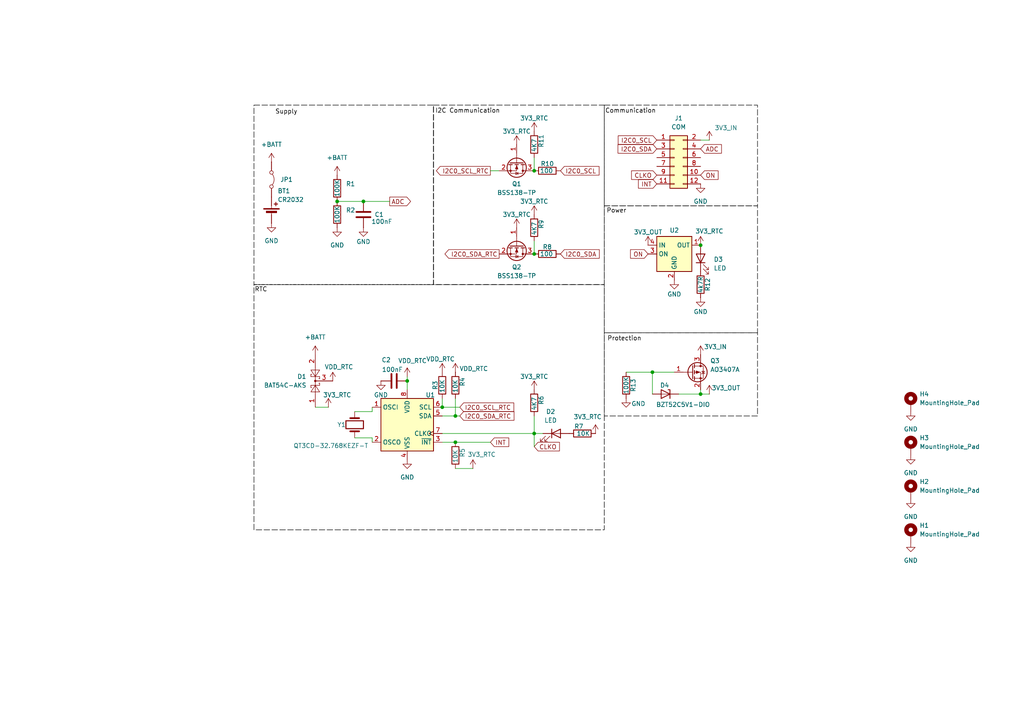
<source format=kicad_sch>
(kicad_sch (version 20250114) (generator "eeschema") (generator_version "9.0")
  (paper "A4")
  (title_block (title "RTC_Board") (date "2025-10-26") (rev "1.0") (company "PKl"))
  (lib_symbols
    (symbol "Connector_Generic:Conn_02x06_Odd_Even" (pin_names (offset 1.016) (hide yes))
      (property "Reference" "J" (at 1.27 7.62 0))
      (property "Value" "Conn_02x06_Odd_Even" (at 1.27 -10.16 0))
      (symbol "Conn_02x06_Odd_Even_1_1"
        (rectangle (start -1.27 6.35) (end 3.81 -8.89) (stroke (width 0.254)) (fill (type background)))
        (rectangle (start -1.27 5.207) (end 0 4.953) (stroke (width 0.1524)))
        (rectangle (start -1.27 2.667) (end 0 2.413) (stroke (width 0.1524)))
        (rectangle (start -1.27 0.127) (end 0 -0.127) (stroke (width 0.1524)))
        (rectangle (start -1.27 -2.413) (end 0 -2.667) (stroke (width 0.1524)))
        (rectangle (start -1.27 -4.953) (end 0 -5.207) (stroke (width 0.1524)))
        (rectangle (start -1.27 -7.493) (end 0 -7.747) (stroke (width 0.1524)))
        (rectangle (start 3.81 5.207) (end 2.54 4.953) (stroke (width 0.1524)))
        (rectangle (start 3.81 2.667) (end 2.54 2.413) (stroke (width 0.1524)))
        (rectangle (start 3.81 0.127) (end 2.54 -0.127) (stroke (width 0.1524)))
        (rectangle (start 3.81 -2.413) (end 2.54 -2.667) (stroke (width 0.1524)))
        (rectangle (start 3.81 -4.953) (end 2.54 -5.207) (stroke (width 0.1524)))
        (rectangle (start 3.81 -7.493) (end 2.54 -7.747) (stroke (width 0.1524)))
        (pin passive line (at -5.08 5.08 0) (length 3.81) (name "Pin_1") (number "1"))
        (pin passive line (at -5.08 2.54 0) (length 3.81) (name "Pin_3") (number "3"))
        (pin passive line (at -5.08 0 0) (length 3.81) (name "Pin_5") (number "5"))
        (pin passive line (at -5.08 -2.54 0) (length 3.81) (name "Pin_7") (number "7"))
        (pin passive line (at -5.08 -5.08 0) (length 3.81) (name "Pin_9") (number "9"))
        (pin passive line (at -5.08 -7.62 0) (length 3.81) (name "Pin_11") (number "11"))
        (pin passive line (at 7.62 5.08 180) (length 3.81) (name "Pin_2") (number "2"))
        (pin passive line (at 7.62 2.54 180) (length 3.81) (name "Pin_4") (number "4"))
        (pin passive line (at 7.62 0 180) (length 3.81) (name "Pin_6") (number "6"))
        (pin passive line (at 7.62 -2.54 180) (length 3.81) (name "Pin_8") (number "8"))
        (pin passive line (at 7.62 -5.08 180) (length 3.81) (name "Pin_10") (number "10"))
        (pin passive line (at 7.62 -7.62 180) (length 3.81) (name "Pin_12") (number "12"))
      )
    )
    (symbol "Device:Battery_Cell" (pin_numbers (hide yes)) (pin_names (offset 0) (hide yes))
      (property "Reference" "BT" (at 2.54 2.54 0))
      (property "Value" "Battery_Cell" (at 2.54 0 0))
      (symbol "Battery_Cell_0_1"
        (rectangle (start -2.286 1.778) (end 2.286 1.524) (fill (type outline)))
        (rectangle (start -1.524 1.016) (end 1.524 0.508) (fill (type outline)))
        (polyline (pts (xy 0 1.778) (xy 0 2.54)))
        (polyline (pts (xy 0 0.762) (xy 0 0)))
        (polyline (pts (xy 0.762 3.048) (xy 1.778 3.048)) (stroke (width 0.254)))
        (polyline (pts (xy 1.27 3.556) (xy 1.27 2.54)) (stroke (width 0.254)))
      )
      (symbol "Battery_Cell_1_1"
        (pin passive line (at 0 5.08 270) (length 2.54) (name "+") (number "1"))
        (pin passive line (at 0 -2.54 90) (length 2.54) (name "-") (number "2"))
      )
    )
    (symbol "Device:C" (pin_numbers (hide yes)) (pin_names (offset 0.254))
      (property "Reference" "C" (at 0.635 2.54 0))
      (property "Value" "C" (at 0.635 -2.54 0))
      (symbol "C_0_1"
        (polyline (pts (xy -2.032 0.762) (xy 2.032 0.762)) (stroke (width 0.508)))
        (polyline (pts (xy -2.032 -0.762) (xy 2.032 -0.762)) (stroke (width 0.508)))
      )
      (symbol "C_1_1"
        (pin passive line (at 0 3.81 270) (length 2.794) (name "~") (number "1"))
        (pin passive line (at 0 -3.81 90) (length 2.794) (name "~") (number "2"))
      )
    )
    (symbol "Device:Crystal" (pin_numbers (hide yes)) (pin_names (offset 1.016) (hide yes))
      (property "Reference" "Y" (at 0 3.81 0))
      (property "Value" "Crystal" (at 0 -3.81 0))
      (symbol "Crystal_0_1"
        (polyline (pts (xy -2.54 0) (xy -1.905 0)))
        (polyline (pts (xy -1.905 -1.27) (xy -1.905 1.27)) (stroke (width 0.508)))
        (rectangle (start -1.143 2.54) (end 1.143 -2.54) (stroke (width 0.3048)))
        (polyline (pts (xy 1.905 -1.27) (xy 1.905 1.27)) (stroke (width 0.508)))
        (polyline (pts (xy 2.54 0) (xy 1.905 0)))
      )
      (symbol "Crystal_1_1"
        (pin passive line (at -3.81 0 0) (length 1.27) (name "1") (number "1"))
        (pin passive line (at 3.81 0 180) (length 1.27) (name "2") (number "2"))
      )
    )
    (symbol "Device:LED" (pin_numbers (hide yes)) (pin_names (offset 1.016) (hide yes))
      (property "Reference" "D" (at 0 2.54 0))
      (property "Value" "LED" (at 0 -2.54 0))
      (symbol "LED_0_1"
        (polyline (pts (xy -3.048 -0.762) (xy -4.572 -2.286) (xy -3.81 -2.286) (xy -4.572 -2.286) (xy -4.572 -1.524)))
        (polyline (pts (xy -1.778 -0.762) (xy -3.302 -2.286) (xy -2.54 -2.286) (xy -3.302 -2.286) (xy -3.302 -1.524)))
        (polyline (pts (xy -1.27 0) (xy 1.27 0)))
        (polyline (pts (xy -1.27 -1.27) (xy -1.27 1.27)) (stroke (width 0.254)))
        (polyline (pts (xy 1.27 -1.27) (xy 1.27 1.27) (xy -1.27 0) (xy 1.27 -1.27)) (stroke (width 0.254)))
      )
      (symbol "LED_1_1"
        (pin passive line (at -3.81 0 0) (length 2.54) (name "K") (number "1"))
        (pin passive line (at 3.81 0 180) (length 2.54) (name "A") (number "2"))
      )
    )
    (symbol "Device:R" (pin_numbers (hide yes)) (pin_names (offset 0))
      (property "Reference" "R" (at 2.032 0 90))
      (property "Value" "R" (at 0 0 90))
      (symbol "R_0_1"
        (rectangle (start -1.016 -2.54) (end 1.016 2.54) (stroke (width 0.254)))
      )
      (symbol "R_1_1"
        (pin passive line (at 0 3.81 270) (length 1.27) (name "~") (number "1"))
        (pin passive line (at 0 -3.81 90) (length 1.27) (name "~") (number "2"))
      )
    )
    (symbol "Diode:BAT54C" (pin_names (offset 1.016))
      (property "Reference" "D" (at 0.635 -3.81 0))
      (property "Value" "BAT54C" (at -6.35 3.175 0))
      (symbol "BAT54C_0_1"
        (polyline (pts (xy -3.175 -1.27) (xy -3.175 1.27) (xy -1.27 0) (xy -3.175 -1.27)))
        (polyline (pts (xy -1.905 1.27) (xy -1.905 1.016)))
        (polyline (pts (xy -1.905 0) (xy 1.905 0)))
        (polyline (pts (xy -1.27 1.27) (xy -1.905 1.27)))
        (polyline (pts (xy -1.27 1.27) (xy -1.27 -1.27)))
        (polyline (pts (xy -1.27 0) (xy -3.81 0)))
        (polyline (pts (xy -1.27 -1.27) (xy -0.635 -1.27)))
        (polyline (pts (xy -0.635 -1.27) (xy -0.635 -1.016)))
        (circle (center 0 0) (radius 0.254) (fill (type outline)))
        (polyline (pts (xy 0.635 -1.27) (xy 0.635 -1.016)))
        (polyline (pts (xy 1.27 1.27) (xy 1.27 -1.27)))
        (polyline (pts (xy 1.27 1.27) (xy 1.905 1.27)))
        (polyline (pts (xy 1.27 -1.27) (xy 0.635 -1.27)))
        (polyline (pts (xy 1.905 1.27) (xy 1.905 1.016)))
        (polyline (pts (xy 3.175 -1.27) (xy 3.175 1.27) (xy 1.27 0) (xy 3.175 -1.27)))
        (polyline (pts (xy 3.81 0) (xy 1.27 0)))
      )
      (symbol "BAT54C_1_1"
        (pin passive line (at -7.62 0 0) (length 3.81) (name "~") (number "1"))
        (pin passive line (at 0 -5.08 90) (length 5.08) (name "~") (number "3"))
        (pin passive line (at 7.62 0 180) (length 3.81) (name "~") (number "2"))
      )
    )
    (symbol "Diode:BZT52Bxx" (pin_numbers (hide yes)) (pin_names (hide yes))
      (property "Reference" "D" (at 0 2.54 0))
      (property "Value" "BZT52Bxx" (at 0 -2.54 0))
      (symbol "BZT52Bxx_0_1"
        (polyline (pts (xy -1.27 -1.27) (xy -1.27 1.27) (xy -0.762 1.27)) (stroke (width 0.254)))
        (polyline (pts (xy 1.27 0) (xy -1.27 0)))
        (polyline (pts (xy 1.27 -1.27) (xy 1.27 1.27) (xy -1.27 0) (xy 1.27 -1.27)) (stroke (width 0.254)))
      )
      (symbol "BZT52Bxx_1_1"
        (pin passive line (at -3.81 0 0) (length 2.54) (name "K") (number "1"))
        (pin passive line (at 3.81 0 180) (length 2.54) (name "A") (number "2"))
      )
    )
    (symbol "Jumper:Jumper_2_Bridged" (pin_numbers (hide yes)) (pin_names (offset 0) (hide yes))
      (property "Reference" "JP" (at 0 1.905 0))
      (property "Value" "Jumper_2_Bridged" (at 0 -2.54 0))
      (symbol "Jumper_2_Bridged_0_0"
        (circle (center -2.032 0) (radius 0.508))
        (circle (center 2.032 0) (radius 0.508))
      )
      (symbol "Jumper_2_Bridged_0_1"
        (arc (start -1.524 0.254) (mid 0 0.762) (end 1.524 0.254))
      )
      (symbol "Jumper_2_Bridged_1_1"
        (pin passive line (at -5.08 0 0) (length 2.54) (name "A") (number "1"))
        (pin passive line (at 5.08 0 180) (length 2.54) (name "B") (number "2"))
      )
    )
    (symbol "Mechanical:MountingHole_Pad" (pin_numbers (hide yes)) (pin_names (offset 1.016) (hide yes)) (in_bom no)
      (property "Reference" "H" (at 0 6.35 0))
      (property "Value" "MountingHole_Pad" (at 0 4.445 0))
      (symbol "MountingHole_Pad_0_1"
        (circle (center 0 1.27) (radius 1.27) (stroke (width 1.27)))
      )
      (symbol "MountingHole_Pad_1_1"
        (pin input line (at 0 -2.54 90) (length 2.54) (name "1") (number "1"))
      )
    )
    (symbol "Power_Management:SiP32431DR3"
      (property "Reference" "U" (at 0 8.89 0))
      (property "Value" "SiP32431DR3" (at 0 6.35 0))
      (symbol "SiP32431DR3_0_1"
        (rectangle (start -5.08 5.08) (end 5.08 -5.08) (stroke (width 0.254)) (fill (type background)))
      )
      (symbol "SiP32431DR3_1_1"
        (pin passive line (at -7.62 2.54 0) (length 2.54) (name "IN") (number "4"))
        (pin input line (at -7.62 0 0) (length 2.54) (name "ON") (number "3"))
        (pin power_in line (at 0 -7.62 90) (length 2.54) (name "GND") (number "2"))
        (pin passive line (at 0 -7.62 90) (length 2.54) (hide yes) (name "GND") (number "5"))
        (pin no_connect line (at 5.08 0 180) (length 2.54) (hide yes) (name "NC") (number "6"))
        (pin passive line (at 7.62 2.54 180) (length 2.54) (name "OUT") (number "1"))
      )
    )
    (symbol "Timer_RTC:PCF8563T"
      (property "Reference" "U" (at -7.62 8.89 0))
      (property "Value" "PCF8563T" (at 2.54 8.89 0))
      (symbol "PCF8563T_0_1"
        (rectangle (start -7.62 7.62) (end 7.62 -7.62) (stroke (width 0.254)) (fill (type background)))
      )
      (symbol "PCF8563T_1_1"
        (pin input line (at -10.16 5.08 0) (length 2.54) (name "OSCI") (number "1"))
        (pin output line (at -10.16 -5.08 0) (length 2.54) (name "OSCO") (number "2"))
        (pin power_in line (at 0 10.16 270) (length 2.54) (name "VDD") (number "8"))
        (pin power_in line (at 0 -10.16 90) (length 2.54) (name "VSS") (number "4"))
        (pin input line (at 10.16 5.08 180) (length 2.54) (name "SCL") (number "6"))
        (pin bidirectional line (at 10.16 2.54 180) (length 2.54) (name "SDA") (number "5"))
        (pin output clock (at 10.16 -2.54 180) (length 2.54) (name "CLKO") (number "7"))
        (pin output line (at 10.16 -5.08 180) (length 2.54) (name "~{INT}") (number "3"))
      )
    )
    (symbol "Transistor_FET:AO3401A" (pin_names (hide yes))
      (property "Reference" "Q" (at 5.08 1.905 0))
      (property "Value" "AO3401A" (at 5.08 0 0))
      (symbol "AO3401A_0_1"
        (polyline (pts (xy 0.254 1.905) (xy 0.254 -1.905)) (stroke (width 0.254)))
        (polyline (pts (xy 0.254 0) (xy -2.54 0)))
        (polyline (pts (xy 0.762 2.286) (xy 0.762 1.27)) (stroke (width 0.254)))
        (polyline (pts (xy 0.762 1.778) (xy 3.302 1.778) (xy 3.302 -1.778) (xy 0.762 -1.778)))
        (polyline (pts (xy 0.762 0.508) (xy 0.762 -0.508)) (stroke (width 0.254)))
        (polyline (pts (xy 0.762 -1.27) (xy 0.762 -2.286)) (stroke (width 0.254)))
        (circle (center 1.651 0) (radius 2.794) (stroke (width 0.254)))
        (polyline (pts (xy 2.286 0) (xy 1.27 0.381) (xy 1.27 -0.381) (xy 2.286 0)) (fill (type outline)))
        (polyline (pts (xy 2.54 2.54) (xy 2.54 1.778)))
        (circle (center 2.54 1.778) (radius 0.254) (fill (type outline)))
        (circle (center 2.54 -1.778) (radius 0.254) (fill (type outline)))
        (polyline (pts (xy 2.54 -2.54) (xy 2.54 0) (xy 0.762 0)))
        (polyline (pts (xy 2.794 -0.508) (xy 2.921 -0.381) (xy 3.683 -0.381) (xy 3.81 -0.254)))
        (polyline (pts (xy 3.302 -0.381) (xy 2.921 0.254) (xy 3.683 0.254) (xy 3.302 -0.381)))
      )
      (symbol "AO3401A_1_1"
        (pin input line (at -5.08 0 0) (length 2.54) (name "G") (number "1"))
        (pin passive line (at 2.54 5.08 270) (length 2.54) (name "D") (number "3"))
        (pin passive line (at 2.54 -5.08 90) (length 2.54) (name "S") (number "2"))
      )
    )
    (symbol "Transistor_FET:BSS138" (pin_names (offset 0) (hide yes))
      (property "Reference" "Q" (at 5.08 1.905 0))
      (property "Value" "BSS138" (at 5.08 0 0))
      (symbol "BSS138_0_1"
        (polyline (pts (xy 0.254 1.905) (xy 0.254 -1.905)) (stroke (width 0.254)))
        (polyline (pts (xy 0.254 0) (xy -2.54 0)))
        (polyline (pts (xy 0.762 2.286) (xy 0.762 1.27)) (stroke (width 0.254)))
        (polyline (pts (xy 0.762 0.508) (xy 0.762 -0.508)) (stroke (width 0.254)))
        (polyline (pts (xy 0.762 -1.27) (xy 0.762 -2.286)) (stroke (width 0.254)))
        (polyline (pts (xy 0.762 -1.778) (xy 3.302 -1.778) (xy 3.302 1.778) (xy 0.762 1.778)))
        (polyline (pts (xy 1.016 0) (xy 2.032 0.381) (xy 2.032 -0.381) (xy 1.016 0)) (fill (type outline)))
        (circle (center 1.651 0) (radius 2.794) (stroke (width 0.254)))
        (polyline (pts (xy 2.54 2.54) (xy 2.54 1.778)))
        (circle (center 2.54 1.778) (radius 0.254) (fill (type outline)))
        (circle (center 2.54 -1.778) (radius 0.254) (fill (type outline)))
        (polyline (pts (xy 2.54 -2.54) (xy 2.54 0) (xy 0.762 0)))
        (polyline (pts (xy 2.921 0.381) (xy 3.683 0.381)))
        (polyline (pts (xy 3.302 0.381) (xy 2.921 -0.254) (xy 3.683 -0.254) (xy 3.302 0.381)))
      )
      (symbol "BSS138_1_1"
        (pin input line (at -5.08 0 0) (length 2.54) (name "G") (number "1"))
        (pin passive line (at 2.54 5.08 270) (length 2.54) (name "D") (number "3"))
        (pin passive line (at 2.54 -5.08 90) (length 2.54) (name "S") (number "2"))
      )
    )
    (symbol "power:+3.3V" (power) (pin_numbers (hide yes)) (pin_names (offset 0) (hide yes))
      (property "Value" "+3.3V" (at 0 3.556 0))
      (symbol "+3.3V_0_1"
        (polyline (pts (xy -0.762 1.27) (xy 0 2.54)))
        (polyline (pts (xy 0 2.54) (xy 0.762 1.27)))
        (polyline (pts (xy 0 0) (xy 0 2.54)))
      )
      (symbol "+3.3V_1_1"
        (pin power_in line (at 0 0 90) (length 0) (name "~") (number "1"))
      )
    )
    (symbol "power:+BATT" (power) (pin_numbers (hide yes)) (pin_names (offset 0) (hide yes))
      (property "Value" "+BATT" (at 0 3.556 0))
      (symbol "+BATT_0_1"
        (polyline (pts (xy -0.762 1.27) (xy 0 2.54)))
        (polyline (pts (xy 0 2.54) (xy 0.762 1.27)))
        (polyline (pts (xy 0 0) (xy 0 2.54)))
      )
      (symbol "+BATT_1_1"
        (pin power_in line (at 0 0 90) (length 0) (name "~") (number "1"))
      )
    )
    (symbol "power:GND" (power) (pin_numbers (hide yes)) (pin_names (offset 0) (hide yes))
      (property "Value" "GND" (at 0 -3.81 0))
      (symbol "GND_0_1"
        (polyline (pts (xy 0 0) (xy 0 -1.27) (xy 1.27 -1.27) (xy 0 -2.54) (xy -1.27 -1.27) (xy 0 -1.27)))
      )
      (symbol "GND_1_1"
        (pin power_in line (at 0 0 270) (length 0) (name "~") (number "1"))
      )
    )
  )
  (rectangle (start 73.66 30.48) (end 125.73 82.55) (stroke (width 0) (type dash) (color 0 0 0 1)))
  (rectangle (start 175.26 59.69) (end 219.71 96.52) (stroke (width 0) (type dash) (color 0 0 0 1)))
  (rectangle (start 73.66 82.55) (end 175.26 153.67) (stroke (width 0) (type dash) (color 0 0 0 1)))
  (rectangle (start 125.73 30.48) (end 175.26 82.55) (stroke (width 0) (type dash) (color 0 0 0 1)))
  (rectangle (start 175.26 30.48) (end 219.71 59.69) (stroke (width 0) (type dash) (color 0 0 0 1)))
  (rectangle (start 175.26 96.52) (end 219.71 120.65) (stroke (width 0) (type dash) (color 0 0 0 1)))
  (text "RTC" (at 75.692 84.074 0) (effects (font (size 1.27 1.27))))
  (text "I2C Communication" (at 135.636 32.258 0) (effects (font (size 1.27 1.27))))
  (text "Power" (at 178.816 61.214 0) (effects (font (size 1.27 1.27))))
  (text "Supply" (at 83.058 32.512 0) (effects (font (size 1.27 1.27))))
  (text "Communication" (at 182.88 32.258 0) (effects (font (size 1.27 1.27))))
  (text "Protection" (at 181.102 98.298 0) (effects (font (size 1.27 1.27))))
  (junction (at 154.94 125.73))
  (junction (at 118.11 110.49))
  (junction (at 128.27 118.11))
  (junction (at 189.23 107.95))
  (junction (at 97.79 58.42))
  (junction (at 132.08 128.27))
  (junction (at 203.2 114.3))
  (junction (at 203.2 71.12))
  (junction (at 154.94 73.66))
  (junction (at 154.94 49.53))
  (junction (at 132.08 120.65))
  (junction (at 105.41 58.42))
  (wire (pts (xy 189.23 107.95) (xy 189.23 114.3)))
  (wire (pts (xy 107.95 127) (xy 107.95 128.27)))
  (wire (pts (xy 105.41 58.42) (xy 113.03 58.42)))
  (wire (pts (xy 128.27 125.73) (xy 154.94 125.73)))
  (wire (pts (xy 107.95 119.38) (xy 107.95 118.11)))
  (wire (pts (xy 91.44 118.11) (xy 95.25 118.11)))
  (wire (pts (xy 142.24 49.53) (xy 144.78 49.53)))
  (wire (pts (xy 105.41 58.42) (xy 97.79 58.42)))
  (wire (pts (xy 205.74 40.64) (xy 203.2 40.64)))
  (wire (pts (xy 154.94 129.54) (xy 154.94 125.73)))
  (wire (pts (xy 132.08 135.89) (xy 137.16 135.89)))
  (wire (pts (xy 132.08 115.57) (xy 132.08 120.65)))
  (wire (pts (xy 154.94 45.72) (xy 154.94 49.53)))
  (wire (pts (xy 154.94 120.65) (xy 154.94 125.73)))
  (wire (pts (xy 102.87 127) (xy 107.95 127)))
  (wire (pts (xy 128.27 128.27) (xy 132.08 128.27)))
  (wire (pts (xy 181.61 107.95) (xy 189.23 107.95)))
  (wire (pts (xy 154.94 125.73) (xy 157.48 125.73)))
  (wire (pts (xy 203.2 114.3) (xy 205.74 114.3)))
  (wire (pts (xy 203.2 113.03) (xy 203.2 114.3)))
  (wire (pts (xy 196.85 114.3) (xy 203.2 114.3)))
  (wire (pts (xy 132.08 120.65) (xy 133.35 120.65)))
  (wire (pts (xy 189.23 107.95) (xy 195.58 107.95)))
  (wire (pts (xy 118.11 109.22) (xy 118.11 110.49)))
  (wire (pts (xy 102.87 119.38) (xy 107.95 119.38)))
  (wire (pts (xy 118.11 110.49) (xy 118.11 113.03)))
  (wire (pts (xy 128.27 115.57) (xy 128.27 118.11)))
  (wire (pts (xy 128.27 118.11) (xy 133.35 118.11)))
  (wire (pts (xy 142.24 128.27) (xy 132.08 128.27)))
  (wire (pts (xy 128.27 120.65) (xy 132.08 120.65)))
  (wire (pts (xy 154.94 69.85) (xy 154.94 73.66)))
  (global_label "CLKO" (shape input) (at 190.5 50.8 180) (property "Intersheetrefs" "${INTERSHEET_REFS}" (effects (hide yes))))
  (global_label "ADC" (shape input) (at 203.2 43.18 0) (property "Intersheetrefs" "${INTERSHEET_REFS}" (effects (hide yes))))
  (global_label "I2C0_SCL" (shape input) (at 190.5 40.64 180) (property "Intersheetrefs" "${INTERSHEET_REFS}" (effects (hide yes))))
  (global_label "I2C0_SCL_RTC" (shape input) (at 133.35 118.11 0) (property "Intersheetrefs" "${INTERSHEET_REFS}" (effects (hide yes))))
  (global_label "I2C0_SDA" (shape input) (at 190.5 43.18 180) (property "Intersheetrefs" "${INTERSHEET_REFS}" (effects (hide yes))))
  (global_label "CLKO" (shape input) (at 154.94 129.54 0) (property "Intersheetrefs" "${INTERSHEET_REFS}" (effects (hide yes))))
  (global_label "ON" (shape input) (at 187.96 73.66 180) (property "Intersheetrefs" "${INTERSHEET_REFS}" (effects (hide yes))))
  (global_label "I2C0_SDA" (shape input) (at 162.56 73.66 0) (property "Intersheetrefs" "${INTERSHEET_REFS}" (effects (hide yes))))
  (global_label "INT" (shape input) (at 190.5 53.34 180) (property "Intersheetrefs" "${INTERSHEET_REFS}" (effects (hide yes))))
  (global_label "INT" (shape input) (at 142.24 128.27 0) (property "Intersheetrefs" "${INTERSHEET_REFS}" (effects (hide yes))))
  (global_label "ON" (shape input) (at 203.2 50.8 0) (property "Intersheetrefs" "${INTERSHEET_REFS}" (effects (hide yes))))
  (global_label "I2C0_SCL" (shape input) (at 162.56 49.53 0) (property "Intersheetrefs" "${INTERSHEET_REFS}" (effects (hide yes))))
  (global_label "ADC" (shape output) (at 113.03 58.42 0) (property "Intersheetrefs" "${INTERSHEET_REFS}" (effects (hide yes))))
  (global_label "I2C0_SDA_RTC" (shape output) (at 144.78 73.66 180) (property "Intersheetrefs" "${INTERSHEET_REFS}" (effects (hide yes))))
  (global_label "I2C0_SDA_RTC" (shape input) (at 133.35 120.65 0) (property "Intersheetrefs" "${INTERSHEET_REFS}" (effects (hide yes))))
  (global_label "I2C0_SCL_RTC" (shape output) (at 142.24 49.53 180) (property "Intersheetrefs" "${INTERSHEET_REFS}" (effects (hide yes))))
  (symbol (lib_id "power:GND") (at 110.49 110.49 0) (unit 1)
    (property "Reference" "#PWR024" (effects (hide yes)))
    (property "Value" "GND" (at 110.49 114.554 0))
    (property "Description" "Power symbol creates a global label with name \"GND\" , ground" (effects (hide yes)))
  )
  (symbol (lib_id "Power_Management:SiP32431DR3") (at 195.58 73.66 0) (unit 1)
    (property "Reference" "U2" (at 195.58 66.802 0))
    (property "Value" "SIP32431DR3-T1GE3" (effects (hide yes)))
    (property "Footprint" "Package_TO_SOT_SMD:SOT-363_SC-70-6" (effects (hide yes)))
    (property "Datasheet" "http://www.vishay.com.hk/docs/66597/sip32431.pdf" (effects (hide yes)))
    (property "Description" "10 pA, Ultra Low Leakage and Quiescent Current, Load Switch with Reverse Blocking, High Enable, SC-70-6" (effects (hide yes)))
  )
  (symbol (lib_id "power:+BATT") (at 97.79 50.8 0) (unit 1)
    (property "Reference" "#+BATT01" (effects (hide yes)))
    (property "Value" "+BATT" (at 97.79 45.72 0))
    (property "Description" "Power symbol creates a global label with name \"+BATT\"" (effects (hide yes)))
  )
  (symbol (lib_id "power:GND") (at 264.16 144.78 0) (unit 1)
    (property "Reference" "#PWR077" (effects (hide yes)))
    (property "Value" "GND" (at 264.16 149.86 0))
    (property "Description" "Power symbol creates a global label with name \"GND\" , ground" (effects (hide yes)))
  )
  (symbol (lib_id "Transistor_FET:BSS138") (at 149.86 71.12 270) (unit 1)
    (property "Reference" "Q2" (at 149.86 77.47 90))
    (property "Value" "BSS138-TP" (at 149.86 80.01 90))
    (property "Footprint" "Package_TO_SOT_SMD:SOT-23" (effects (hide yes)))
    (property "Datasheet" "https://www.onsemi.com/pub/Collateral/BSS138-D.PDF" (effects (hide yes)))
    (property "Description" "50V Vds, 0.22A Id, N-Channel MOSFET, SOT-23" (effects (hide yes)))
  )
  (symbol (lib_id "Diode:BAT54C") (at 91.44 110.49 90) (unit 1)
    (property "Reference" "D1" (at 88.9 109.2199 90) (effects (justify left)))
    (property "Value" "BAT54C-AKS" (at 88.9 111.7599 90) (effects (justify left)))
    (property "Footprint" "Package_TO_SOT_SMD:SOT-23" (effects (hide yes)))
    (property "Datasheet" "http://www.diodes.com/_files/datasheets/ds11005.pdf" (effects (hide yes)))
    (property "Description" "dual schottky barrier diode, common cathode" (effects (hide yes)))
  )
  (symbol (lib_id "power:+3.3V") (at 137.16 135.89 0) (unit 1)
    (property "Reference" "#PWR023" (effects (hide yes)))
    (property "Value" "3V3_RTC" (at 139.7 131.826 0))
    (property "Description" "Power symbol creates a global label with name \"+3.3V\"" (effects (hide yes)))
  )
  (symbol (lib_id "power:+3.3V") (at 154.94 38.1 0) (unit 1)
    (property "Reference" "#PWR031" (effects (hide yes)))
    (property "Value" "3V3_RTC" (at 154.94 34.29 0))
    (property "Description" "Power symbol creates a global label with name \"+3.3V\"" (effects (hide yes)))
  )
  (symbol (lib_id "power:GND") (at 195.58 81.28 0) (unit 1)
    (property "Reference" "#PWR02" (effects (hide yes)))
    (property "Value" "GND" (at 195.58 85.344 0))
    (property "Description" "Power symbol creates a global label with name \"GND\" , ground" (effects (hide yes)))
  )
  (symbol (lib_id "power:GND") (at 105.41 66.04 0) (unit 1)
    (property "Reference" "#PWR048" (effects (hide yes)))
    (property "Value" "GND" (at 105.41 70.104 0))
    (property "Description" "Power symbol creates a global label with name \"GND\" , ground" (effects (hide yes)))
  )
  (symbol (lib_id "Diode:BZT52Bxx") (at 193.04 114.3 0) (mirror y) (unit 1)
    (property "Reference" "D4" (at 192.786 111.76 0))
    (property "Value" "BZT52C5V1-DIO" (at 198.12 117.348 0))
    (property "Footprint" "Diode_SMD:D_SOD-123F" (effects (hide yes)))
    (property "Datasheet" "https://diotec.com/tl_files/diotec/files/pdf/datasheets/bzt52b2v4.pdf" (effects (hide yes)))
    (property "Description" "500mW Zener Diode, SOD-123F" (effects (hide yes)))
  )
  (symbol (lib_id "power:+3.3V") (at 203.2 102.87 0) (unit 1)
    (property "Reference" "#PWR0101" (effects (hide yes)))
    (property "Value" "3V3_IN" (at 207.518 100.584 0))
    (property "Description" "Power symbol creates a global label with name \"+3.3V\"" (effects (hide yes)))
  )
  (symbol (lib_id "Device:R") (at 154.94 66.04 0) (unit 1)
    (property "Reference" "R9" (at 156.972 65.024 90))
    (property "Value" "4K7" (at 154.94 66.294 90))
    (property "Footprint" "Resistor_SMD:R_0805_2012Metric" (effects (hide yes)))
    (property "Description" "Resistor" (effects (hide yes)))
  )
  (symbol (lib_id "Mechanical:MountingHole_Pad") (at 264.16 116.84 0) (unit 1) (in_bom no)
    (property "Reference" "H4" (at 266.7 114.2999 0) (effects (justify left)))
    (property "Value" "MountingHole_Pad" (at 266.7 116.8399 0) (effects (justify left)))
    (property "Footprint" "MountingHole:MountingHole_3.2mm_M3_DIN965_Pad" (effects (hide yes)))
    (property "Description" "Mounting Hole with connection" (effects (hide yes)))
  )
  (symbol (lib_id "Device:R") (at 132.08 132.08 0) (unit 1)
    (property "Reference" "R5" (at 134.112 131.318 90))
    (property "Value" "10K" (at 132.08 132.334 90))
    (property "Footprint" "Resistor_SMD:R_0805_2012Metric" (effects (hide yes)))
    (property "Description" "Resistor" (effects (hide yes)))
  )
  (symbol (lib_id "power:+3.3V") (at 149.86 66.04 0) (unit 1)
    (property "Reference" "#PWR026" (effects (hide yes)))
    (property "Value" "3V3_RTC" (at 149.86 62.23 0))
    (property "Description" "Power symbol creates a global label with name \"+3.3V\"" (effects (hide yes)))
  )
  (symbol (lib_id "Mechanical:MountingHole_Pad") (at 264.16 129.54 0) (unit 1) (in_bom no)
    (property "Reference" "H3" (at 266.7 126.9999 0) (effects (justify left)))
    (property "Value" "MountingHole_Pad" (at 266.7 129.5399 0) (effects (justify left)))
    (property "Footprint" "MountingHole:MountingHole_3.2mm_M3_DIN965_Pad" (effects (hide yes)))
    (property "Description" "Mounting Hole with connection" (effects (hide yes)))
  )
  (symbol (lib_id "power:GND") (at 264.16 157.48 0) (unit 1)
    (property "Reference" "#PWR078" (effects (hide yes)))
    (property "Value" "GND" (at 264.16 162.56 0))
    (property "Description" "Power symbol creates a global label with name \"GND\" , ground" (effects (hide yes)))
  )
  (symbol (lib_id "power:GND") (at 264.16 119.38 0) (unit 1)
    (property "Reference" "#PWR0132" (effects (hide yes)))
    (property "Value" "GND" (at 264.16 124.46 0))
    (property "Description" "Power symbol creates a global label with name \"GND\" , ground" (effects (hide yes)))
  )
  (symbol (lib_id "Timer_RTC:PCF8563T") (at 118.11 123.19 0) (unit 1)
    (property "Reference" "U1" (at 123.444 114.554 0) (effects (justify left)))
    (property "Value" "PCF8563T" (effects (hide yes)))
    (property "Footprint" "Package_SO:SOIC-8_3.9x4.9mm_P1.27mm" (effects (hide yes)))
    (property "Datasheet" "https://www.nxp.com/docs/en/data-sheet/PCF8563.pdf" (effects (hide yes)))
    (property "Description" "Realtime Clock/Calendar I2C Interface, SOIC-8" (effects (hide yes)))
  )
  (symbol (lib_id "Connector_Generic:Conn_02x06_Odd_Even") (at 195.58 45.72 0) (unit 1)
    (property "Reference" "J1" (at 196.85 34.29 0))
    (property "Value" "COM" (at 196.85 36.83 0))
    (property "Footprint" "Connector_PinHeader_2.54mm:PinHeader_2x06_P2.54mm_Vertical" (effects (hide yes)))
    (property "Description" "Generic connector, double row, 02x06, odd/even pin numbering scheme (row 1 odd numbers, row 2 even numbers), script generated (kicad-library-utils/schlib/autogen/connector/)" (effects (hide yes)))
  )
  (symbol (lib_id "Device:R") (at 154.94 116.84 0) (unit 1)
    (property "Reference" "R6" (at 156.972 116.078 90))
    (property "Value" "4K7" (at 154.94 117.094 90))
    (property "Footprint" "Resistor_SMD:R_0805_2012Metric" (effects (hide yes)))
    (property "Description" "Resistor" (effects (hide yes)))
  )
  (symbol (lib_id "power:GND") (at 203.2 86.36 0) (unit 1)
    (property "Reference" "#PWR06" (effects (hide yes)))
    (property "Value" "GND" (at 203.2 90.424 0))
    (property "Description" "Power symbol creates a global label with name \"GND\" , ground" (effects (hide yes)))
  )
  (symbol (lib_id "power:GND") (at 97.79 66.04 0) (unit 1)
    (property "Reference" "#PWR028" (effects (hide yes)))
    (property "Value" "GND" (at 97.79 71.12 0))
    (property "Description" "Power symbol creates a global label with name \"GND\" , ground" (effects (hide yes)))
  )
  (symbol (lib_id "Device:Crystal") (at 102.87 123.19 90) (unit 1)
    (property "Reference" "Y1" (at 97.79 123.19 90) (effects (justify right)))
    (property "Value" "QT3CD-32.768KEZF-T" (at 85.09 129.286 90) (effects (justify right)))
    (property "Footprint" "Crystal:Crystal_SMD_3215-2Pin_3.2x1.5mm" (effects (hide yes)))
    (property "Description" "Two pin crystal" (effects (hide yes)))
  )
  (symbol (lib_id "Device:R") (at 168.91 125.73 90) (unit 1)
    (property "Reference" "R7" (at 167.894 123.698 90))
    (property "Value" "10K" (at 169.164 125.73 90))
    (property "Footprint" "Resistor_SMD:R_0805_2012Metric" (effects (hide yes)))
    (property "Description" "Resistor" (effects (hide yes)))
  )
  (symbol (lib_id "Device:Battery_Cell") (at 78.74 62.23 0) (unit 1)
    (property "Reference" "BT1" (at 80.518 55.372 0) (effects (justify left)))
    (property "Value" "CR2032" (at 80.518 57.912 0) (effects (justify left)))
    (property "Footprint" "Battery:BatteryHolder_Keystone_104_1x23mm" (effects (hide yes)))
    (property "Description" "Single-cell battery" (effects (hide yes)))
  )
  (symbol (lib_id "Device:R") (at 158.75 49.53 270) (unit 1)
    (property "Reference" "R10" (at 158.75 47.498 90))
    (property "Value" "100" (at 158.496 49.53 90))
    (property "Footprint" "Resistor_SMD:R_0805_2012Metric" (effects (hide yes)))
    (property "Description" "Resistor" (effects (hide yes)))
  )
  (symbol (lib_id "power:+3.3V") (at 205.74 40.64 0) (unit 1)
    (property "Reference" "#PWR03" (effects (hide yes)))
    (property "Value" "3V3_IN" (at 210.566 37.084 0))
    (property "Description" "Power symbol creates a global label with name \"+3.3V\"" (effects (hide yes)))
  )
  (symbol (lib_id "power:+BATT") (at 91.44 102.87 0) (unit 1)
    (property "Reference" "#+BATT02" (effects (hide yes)))
    (property "Value" "+BATT" (at 91.44 97.79 0))
    (property "Description" "Power symbol creates a global label with name \"+BATT\"" (effects (hide yes)))
  )
  (symbol (lib_id "power:+3.3V") (at 132.08 107.95 0) (unit 1)
    (property "Reference" "#PWR020" (effects (hide yes)))
    (property "Value" "VDD_RTC" (at 137.414 106.934 0))
    (property "Description" "Power symbol creates a global label with name \"+3.3V\"" (effects (hide yes)))
  )
  (symbol (lib_id "power:+3.3V") (at 96.52 110.49 0) (unit 1)
    (property "Reference" "#PWR029" (effects (hide yes)))
    (property "Value" "VDD_RTC" (at 98.298 106.426 0))
    (property "Description" "Power symbol creates a global label with name \"+3.3V\"" (effects (hide yes)))
  )
  (symbol (lib_id "Device:R") (at 97.79 54.61 0) (unit 1)
    (property "Reference" "R1" (at 100.33 53.3399 0) (effects (justify left)))
    (property "Value" "100K" (at 97.79 57.15 90) (effects (justify left)))
    (property "Footprint" "Resistor_SMD:R_0805_2012Metric" (effects (hide yes)))
    (property "Description" "Resistor" (effects (hide yes)))
  )
  (symbol (lib_id "Device:R") (at 97.79 62.23 0) (unit 1)
    (property "Reference" "R2" (at 100.33 60.9599 0) (effects (justify left)))
    (property "Value" "100K" (at 97.79 64.77 90) (effects (justify left)))
    (property "Footprint" "Resistor_SMD:R_0805_2012Metric" (effects (hide yes)))
    (property "Description" "Resistor" (effects (hide yes)))
  )
  (symbol (lib_id "Device:R") (at 203.2 82.55 180) (unit 1)
    (property "Reference" "R12" (at 205.232 82.55 90))
    (property "Value" "4k7R" (at 203.2 82.55 90))
    (property "Footprint" "Resistor_SMD:R_0805_2012Metric" (effects (hide yes)))
    (property "Description" "Resistor" (effects (hide yes)))
  )
  (symbol (lib_id "Jumper:Jumper_2_Bridged") (at 78.74 52.07 270) (unit 1)
    (property "Reference" "JP1" (at 81.28 52.0699 90) (effects (justify left)))
    (property "Value" "Jumper_2_Bridged" (effects (hide yes)))
    (property "Footprint" "Connector_PinHeader_2.54mm:PinHeader_1x02_P2.54mm_Vertical" (effects (hide yes)))
    (property "Description" "Jumper, 2-pole, closed/bridged" (effects (hide yes)))
  )
  (symbol (lib_id "Mechanical:MountingHole_Pad") (at 264.16 142.24 0) (unit 1) (in_bom no)
    (property "Reference" "H2" (at 266.7 139.6999 0) (effects (justify left)))
    (property "Value" "MountingHole_Pad" (at 266.7 142.2399 0) (effects (justify left)))
    (property "Footprint" "MountingHole:MountingHole_3.2mm_M3_DIN965_Pad" (effects (hide yes)))
    (property "Description" "Mounting Hole with connection" (effects (hide yes)))
  )
  (symbol (lib_id "power:+BATT") (at 78.74 46.99 0) (unit 1)
    (property "Reference" "#+BATT03" (effects (hide yes)))
    (property "Value" "+BATT" (at 78.74 41.91 0))
    (property "Description" "Power symbol creates a global label with name \"+BATT\"" (effects (hide yes)))
  )
  (symbol (lib_id "power:+3.3V") (at 95.25 118.11 0) (unit 1)
    (property "Reference" "#PWR018" (effects (hide yes)))
    (property "Value" "3V3_RTC" (at 97.79 114.554 0))
    (property "Description" "Power symbol creates a global label with name \"+3.3V\"" (effects (hide yes)))
  )
  (symbol (lib_id "power:+3.3V") (at 118.11 109.22 0) (unit 1)
    (property "Reference" "#PWR027" (effects (hide yes)))
    (property "Value" "VDD_RTC" (at 119.634 104.648 0))
    (property "Description" "Power symbol creates a global label with name \"+3.3V\"" (effects (hide yes)))
  )
  (symbol (lib_id "Device:R") (at 158.75 73.66 270) (unit 1)
    (property "Reference" "R8" (at 158.75 71.628 90))
    (property "Value" "100" (at 158.496 73.66 90))
    (property "Footprint" "Resistor_SMD:R_0805_2012Metric" (effects (hide yes)))
    (property "Description" "Resistor" (effects (hide yes)))
  )
  (symbol (lib_id "power:GND") (at 264.16 132.08 0) (unit 1)
    (property "Reference" "#PWR0131" (effects (hide yes)))
    (property "Value" "GND" (at 264.16 137.16 0))
    (property "Description" "Power symbol creates a global label with name \"GND\" , ground" (effects (hide yes)))
  )
  (symbol (lib_id "power:+3.3V") (at 154.94 62.23 0) (unit 1)
    (property "Reference" "#PWR032" (effects (hide yes)))
    (property "Value" "3V3_RTC" (at 154.94 58.42 0))
    (property "Description" "Power symbol creates a global label with name \"+3.3V\"" (effects (hide yes)))
  )
  (symbol (lib_id "Device:LED") (at 203.2 74.93 90) (unit 1)
    (property "Reference" "D3" (at 207.01 75.2474 90) (effects (justify right)))
    (property "Value" "LED" (at 207.01 77.7874 90) (effects (justify right)))
    (property "Footprint" "LED_SMD:LED_0805_2012Metric" (effects (hide yes)))
    (property "Description" "Light emitting diode" (effects (hide yes)))
    (property "Sim.Pins" "1=K 2=A" (effects (hide yes)))
  )
  (symbol (lib_id "Device:R") (at 128.27 111.76 0) (unit 1)
    (property "Reference" "R3" (at 126.238 111.76 90))
    (property "Value" "10K" (at 128.27 112.014 90))
    (property "Footprint" "Resistor_SMD:R_0805_2012Metric" (effects (hide yes)))
    (property "Description" "Resistor" (effects (hide yes)))
  )
  (symbol (lib_id "power:+3.3V") (at 203.2 71.12 0) (unit 1)
    (property "Reference" "#PWR05" (effects (hide yes)))
    (property "Value" "3V3_RTC" (at 205.74 67.056 0))
    (property "Description" "Power symbol creates a global label with name \"+3.3V\"" (effects (hide yes)))
  )
  (symbol (lib_id "Mechanical:MountingHole_Pad") (at 264.16 154.94 0) (unit 1) (in_bom no)
    (property "Reference" "H1" (at 266.7 152.3999 0) (effects (justify left)))
    (property "Value" "MountingHole_Pad" (at 266.7 154.9399 0) (effects (justify left)))
    (property "Footprint" "MountingHole:MountingHole_3.2mm_M3_DIN965_Pad" (effects (hide yes)))
    (property "Description" "Mounting Hole with connection" (effects (hide yes)))
  )
  (symbol (lib_id "power:GND") (at 203.2 53.34 0) (unit 1)
    (property "Reference" "#PWR04" (effects (hide yes)))
    (property "Value" "GND" (at 203.2 58.42 0))
    (property "Description" "Power symbol creates a global label with name \"GND\" , ground" (effects (hide yes)))
  )
  (symbol (lib_id "Device:R") (at 181.61 111.76 180) (unit 1)
    (property "Reference" "R13" (at 183.642 111.76 90))
    (property "Value" "100K" (at 181.61 111.76 90))
    (property "Footprint" "Resistor_SMD:R_0805_2012Metric" (effects (hide yes)))
    (property "Description" "Resistor" (effects (hide yes)))
  )
  (symbol (lib_id "power:GND") (at 118.11 133.35 0) (unit 1)
    (property "Reference" "#PWR025" (effects (hide yes)))
    (property "Value" "GND" (at 118.11 138.43 0))
    (property "Description" "Power symbol creates a global label with name \"GND\" , ground" (effects (hide yes)))
  )
  (symbol (lib_id "Device:C") (at 105.41 62.23 0) (unit 1)
    (property "Reference" "C1" (at 109.982 62.23 0))
    (property "Value" "100nF" (at 110.744 64.262 0))
    (property "Footprint" "Capacitor_SMD:C_0805_2012Metric" (effects (hide yes)))
    (property "Description" "Unpolarized capacitor" (effects (hide yes)))
  )
  (symbol (lib_id "power:+3.3V") (at 149.86 41.91 0) (unit 1)
    (property "Reference" "#PWR030" (effects (hide yes)))
    (property "Value" "3V3_RTC" (at 149.86 38.1 0))
    (property "Description" "Power symbol creates a global label with name \"+3.3V\"" (effects (hide yes)))
  )
  (symbol (lib_id "power:+3.3V") (at 205.74 114.3 0) (unit 1)
    (property "Reference" "#PWR0102" (effects (hide yes)))
    (property "Value" "3V3_OUT" (at 210.566 112.522 0))
    (property "Description" "Power symbol creates a global label with name \"+3.3V\"" (effects (hide yes)))
  )
  (symbol (lib_id "power:+3.3V") (at 187.96 71.12 0) (unit 1)
    (property "Reference" "#PWR01" (effects (hide yes)))
    (property "Value" "3V3_OUT" (at 187.96 67.31 0))
    (property "Description" "Power symbol creates a global label with name \"+3.3V\"" (effects (hide yes)))
  )
  (symbol (lib_id "power:+3.3V") (at 128.27 107.95 0) (unit 1)
    (property "Reference" "#PWR019" (effects (hide yes)))
    (property "Value" "VDD_RTC" (at 127.762 104.14 0))
    (property "Description" "Power symbol creates a global label with name \"+3.3V\"" (effects (hide yes)))
  )
  (symbol (lib_id "Device:LED") (at 161.29 125.73 0) (unit 1)
    (property "Reference" "D2" (at 159.7025 119.38 0))
    (property "Value" "LED" (at 159.7025 121.92 0))
    (property "Footprint" "LED_SMD:LED_0805_2012Metric" (effects (hide yes)))
    (property "Description" "Light emitting diode" (effects (hide yes)))
    (property "Sim.Pins" "1=K 2=A" (effects (hide yes)))
  )
  (symbol (lib_id "power:GND") (at 78.74 64.77 0) (unit 1)
    (property "Reference" "#PWR035" (effects (hide yes)))
    (property "Value" "GND" (at 78.74 69.85 0))
    (property "Description" "Power symbol creates a global label with name \"GND\" , ground" (effects (hide yes)))
  )
  (symbol (lib_id "power:+3.3V") (at 172.72 125.73 0) (unit 1)
    (property "Reference" "#PWR021" (effects (hide yes)))
    (property "Value" "3V3_RTC" (at 170.434 120.904 0))
    (property "Description" "Power symbol creates a global label with name \"+3.3V\"" (effects (hide yes)))
  )
  (symbol (lib_id "power:+3.3V") (at 154.94 113.03 0) (unit 1)
    (property "Reference" "#PWR022" (effects (hide yes)))
    (property "Value" "3V3_RTC" (at 154.94 109.22 0))
    (property "Description" "Power symbol creates a global label with name \"+3.3V\"" (effects (hide yes)))
  )
  (symbol (lib_id "Device:C") (at 114.3 110.49 270) (unit 1)
    (property "Reference" "C2" (at 112.014 104.394 90))
    (property "Value" "100nF" (at 113.792 107.188 90))
    (property "Footprint" "Capacitor_SMD:C_0805_2012Metric" (effects (hide yes)))
    (property "Description" "Unpolarized capacitor" (effects (hide yes)))
  )
  (symbol (lib_id "Device:R") (at 154.94 41.91 0) (unit 1)
    (property "Reference" "R11" (at 156.972 40.894 90))
    (property "Value" "4K7" (at 154.94 42.164 90))
    (property "Footprint" "Resistor_SMD:R_0805_2012Metric" (effects (hide yes)))
    (property "Description" "Resistor" (effects (hide yes)))
  )
  (symbol (lib_id "Transistor_FET:BSS138") (at 149.86 46.99 270) (unit 1)
    (property "Reference" "Q1" (at 149.86 53.34 90))
    (property "Value" "BSS138-TP" (at 149.86 55.88 90))
    (property "Footprint" "Package_TO_SOT_SMD:SOT-23" (effects (hide yes)))
    (property "Datasheet" "https://www.onsemi.com/pub/Collateral/BSS138-D.PDF" (effects (hide yes)))
    (property "Description" "50V Vds, 0.22A Id, N-Channel MOSFET, SOT-23" (effects (hide yes)))
  )
  (symbol (lib_id "Transistor_FET:AO3401A") (at 200.66 107.95 0) (unit 1)
    (property "Reference" "Q3" (at 205.994 104.648 0) (effects (justify left)))
    (property "Value" "AO3407A" (at 205.994 107.188 0) (effects (justify left)))
    (property "Footprint" "Package_TO_SOT_SMD:SOT-23" (effects (hide yes)))
    (property "Datasheet" "http://www.aosmd.com/pdfs/datasheet/AO3401A.pdf" (effects (hide yes)))
    (property "Description" "-4.0A Id, -30V Vds, P-Channel MOSFET, SOT-23" (effects (hide yes)))
  )
  (symbol (lib_id "power:GND") (at 181.61 115.57 0) (unit 1)
    (property "Reference" "#PWR081" (effects (hide yes)))
    (property "Value" "GND" (at 185.166 117.094 0))
    (property "Description" "Power symbol creates a global label with name \"GND\" , ground" (effects (hide yes)))
  )
  (symbol (lib_id "Device:R") (at 132.08 111.76 0) (unit 1)
    (property "Reference" "R4" (at 134.112 110.744 90))
    (property "Value" "10K" (at 132.08 112.014 90))
    (property "Footprint" "Resistor_SMD:R_0805_2012Metric" (effects (hide yes)))
    (property "Description" "Resistor" (effects (hide yes)))
  )
)
</source>
